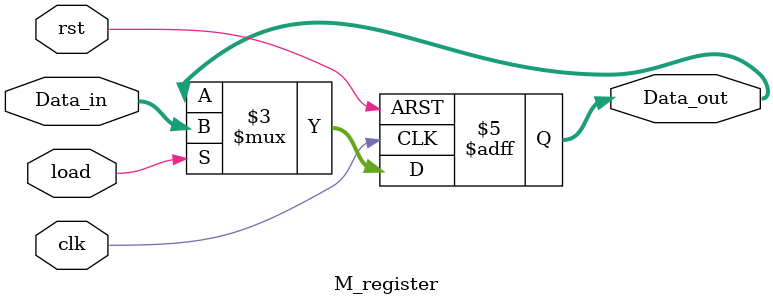
<source format=sv>
`timescale 1ns / 1ps
module M_register(clk, rst, load, Data_in, Data_out);
 input clk, rst, load;
 input [3:0] Data_in;
 output reg [3:0] Data_out;

 always @(posedge clk or posedge rst)
 
	if (rst)
		Data_out = 0;
		
	else if (load)
		Data_out = Data_in;
	
	else 
		Data_out = Data_out;
endmodule
</source>
